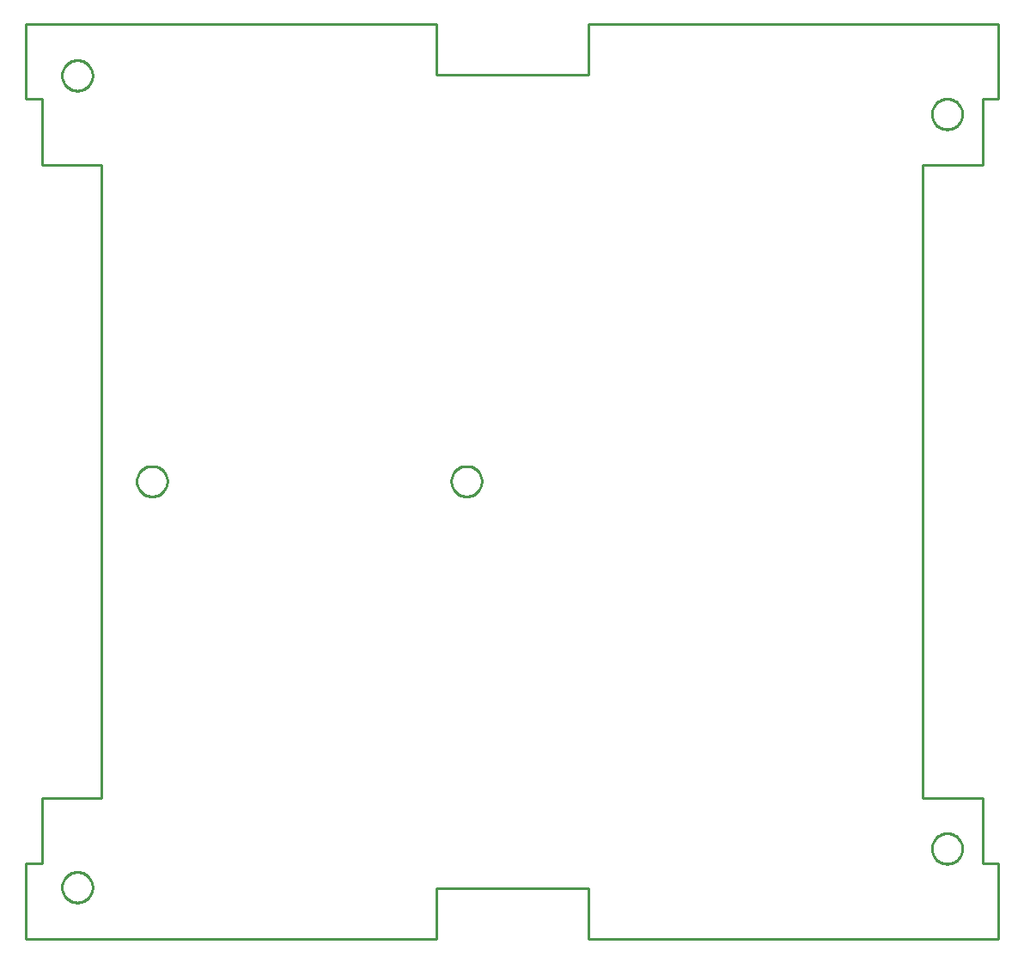
<source format=gbr>
G04 EAGLE Gerber RS-274X export*
G75*
%MOMM*%
%FSLAX34Y34*%
%LPD*%
%IN*%
%IPPOS*%
%AMOC8*
5,1,8,0,0,1.08239X$1,22.5*%
G01*
%ADD10C,0.254000*%


D10*
X0Y0D02*
X404450Y0D01*
X404450Y50000D01*
X554450Y50000D01*
X554450Y0D01*
X958900Y0D01*
X958900Y74000D01*
X942900Y74000D01*
X942900Y138900D01*
X883900Y138900D01*
X883900Y762800D01*
X942900Y762800D01*
X942900Y827700D01*
X958900Y827700D01*
X958900Y901700D01*
X554450Y901700D01*
X554450Y851700D01*
X404450Y851700D01*
X404450Y901700D01*
X0Y901700D01*
X0Y827700D01*
X16000Y827700D01*
X16000Y762800D01*
X75000Y762800D01*
X75000Y138900D01*
X16000Y138900D01*
X16000Y74000D01*
X0Y74000D01*
X0Y0D01*
X449450Y450314D02*
X449450Y451386D01*
X449374Y452454D01*
X449221Y453515D01*
X448993Y454562D01*
X448691Y455590D01*
X448317Y456594D01*
X447872Y457569D01*
X447358Y458509D01*
X446779Y459410D01*
X446137Y460268D01*
X445435Y461078D01*
X444678Y461835D01*
X443868Y462537D01*
X443010Y463179D01*
X442109Y463758D01*
X441169Y464272D01*
X440194Y464717D01*
X439190Y465091D01*
X438162Y465393D01*
X437115Y465621D01*
X436054Y465774D01*
X434986Y465850D01*
X433914Y465850D01*
X432846Y465774D01*
X431785Y465621D01*
X430738Y465393D01*
X429710Y465091D01*
X428706Y464717D01*
X427731Y464272D01*
X426791Y463758D01*
X425890Y463179D01*
X425032Y462537D01*
X424222Y461835D01*
X423465Y461078D01*
X422763Y460268D01*
X422121Y459410D01*
X421542Y458509D01*
X421028Y457569D01*
X420583Y456594D01*
X420209Y455590D01*
X419907Y454562D01*
X419679Y453515D01*
X419526Y452454D01*
X419450Y451386D01*
X419450Y450314D01*
X419526Y449246D01*
X419679Y448185D01*
X419907Y447138D01*
X420209Y446110D01*
X420583Y445106D01*
X421028Y444131D01*
X421542Y443191D01*
X422121Y442290D01*
X422763Y441432D01*
X423465Y440622D01*
X424222Y439865D01*
X425032Y439163D01*
X425890Y438521D01*
X426791Y437942D01*
X427731Y437428D01*
X428706Y436983D01*
X429710Y436609D01*
X430738Y436307D01*
X431785Y436079D01*
X432846Y435926D01*
X433914Y435850D01*
X434986Y435850D01*
X436054Y435926D01*
X437115Y436079D01*
X438162Y436307D01*
X439190Y436609D01*
X440194Y436983D01*
X441169Y437428D01*
X442109Y437942D01*
X443010Y438521D01*
X443868Y439163D01*
X444678Y439865D01*
X445435Y440622D01*
X446137Y441432D01*
X446779Y442290D01*
X447358Y443191D01*
X447872Y444131D01*
X448317Y445106D01*
X448691Y446110D01*
X448993Y447138D01*
X449221Y448185D01*
X449374Y449246D01*
X449450Y450314D01*
X65800Y850364D02*
X65800Y851436D01*
X65724Y852504D01*
X65571Y853565D01*
X65343Y854612D01*
X65041Y855640D01*
X64667Y856644D01*
X64222Y857619D01*
X63708Y858559D01*
X63129Y859460D01*
X62487Y860318D01*
X61785Y861128D01*
X61028Y861885D01*
X60218Y862587D01*
X59360Y863229D01*
X58459Y863808D01*
X57519Y864322D01*
X56544Y864767D01*
X55540Y865141D01*
X54512Y865443D01*
X53465Y865671D01*
X52404Y865824D01*
X51336Y865900D01*
X50264Y865900D01*
X49196Y865824D01*
X48135Y865671D01*
X47088Y865443D01*
X46060Y865141D01*
X45056Y864767D01*
X44081Y864322D01*
X43141Y863808D01*
X42240Y863229D01*
X41382Y862587D01*
X40572Y861885D01*
X39815Y861128D01*
X39113Y860318D01*
X38471Y859460D01*
X37892Y858559D01*
X37378Y857619D01*
X36933Y856644D01*
X36559Y855640D01*
X36257Y854612D01*
X36029Y853565D01*
X35876Y852504D01*
X35800Y851436D01*
X35800Y850364D01*
X35876Y849296D01*
X36029Y848235D01*
X36257Y847188D01*
X36559Y846160D01*
X36933Y845156D01*
X37378Y844181D01*
X37892Y843241D01*
X38471Y842340D01*
X39113Y841482D01*
X39815Y840672D01*
X40572Y839915D01*
X41382Y839213D01*
X42240Y838571D01*
X43141Y837992D01*
X44081Y837478D01*
X45056Y837033D01*
X46060Y836659D01*
X47088Y836357D01*
X48135Y836129D01*
X49196Y835976D01*
X50264Y835900D01*
X51336Y835900D01*
X52404Y835976D01*
X53465Y836129D01*
X54512Y836357D01*
X55540Y836659D01*
X56544Y837033D01*
X57519Y837478D01*
X58459Y837992D01*
X59360Y838571D01*
X60218Y839213D01*
X61028Y839915D01*
X61785Y840672D01*
X62487Y841482D01*
X63129Y842340D01*
X63708Y843241D01*
X64222Y844181D01*
X64667Y845156D01*
X65041Y846160D01*
X65343Y847188D01*
X65571Y848235D01*
X65724Y849296D01*
X65800Y850364D01*
X923100Y88364D02*
X923100Y89436D01*
X923024Y90504D01*
X922871Y91565D01*
X922643Y92612D01*
X922341Y93640D01*
X921967Y94644D01*
X921522Y95619D01*
X921008Y96559D01*
X920429Y97460D01*
X919787Y98318D01*
X919085Y99128D01*
X918328Y99885D01*
X917518Y100587D01*
X916660Y101229D01*
X915759Y101808D01*
X914819Y102322D01*
X913844Y102767D01*
X912840Y103141D01*
X911812Y103443D01*
X910765Y103671D01*
X909704Y103824D01*
X908636Y103900D01*
X907564Y103900D01*
X906496Y103824D01*
X905435Y103671D01*
X904388Y103443D01*
X903360Y103141D01*
X902356Y102767D01*
X901381Y102322D01*
X900441Y101808D01*
X899540Y101229D01*
X898682Y100587D01*
X897872Y99885D01*
X897115Y99128D01*
X896413Y98318D01*
X895771Y97460D01*
X895192Y96559D01*
X894678Y95619D01*
X894233Y94644D01*
X893859Y93640D01*
X893557Y92612D01*
X893329Y91565D01*
X893176Y90504D01*
X893100Y89436D01*
X893100Y88364D01*
X893176Y87296D01*
X893329Y86235D01*
X893557Y85188D01*
X893859Y84160D01*
X894233Y83156D01*
X894678Y82181D01*
X895192Y81241D01*
X895771Y80340D01*
X896413Y79482D01*
X897115Y78672D01*
X897872Y77915D01*
X898682Y77213D01*
X899540Y76571D01*
X900441Y75992D01*
X901381Y75478D01*
X902356Y75033D01*
X903360Y74659D01*
X904388Y74357D01*
X905435Y74129D01*
X906496Y73976D01*
X907564Y73900D01*
X908636Y73900D01*
X909704Y73976D01*
X910765Y74129D01*
X911812Y74357D01*
X912840Y74659D01*
X913844Y75033D01*
X914819Y75478D01*
X915759Y75992D01*
X916660Y76571D01*
X917518Y77213D01*
X918328Y77915D01*
X919085Y78672D01*
X919787Y79482D01*
X920429Y80340D01*
X921008Y81241D01*
X921522Y82181D01*
X921967Y83156D01*
X922341Y84160D01*
X922643Y85188D01*
X922871Y86235D01*
X923024Y87296D01*
X923100Y88364D01*
X139450Y450314D02*
X139450Y451386D01*
X139374Y452454D01*
X139221Y453515D01*
X138993Y454562D01*
X138691Y455590D01*
X138317Y456594D01*
X137872Y457569D01*
X137358Y458509D01*
X136779Y459410D01*
X136137Y460268D01*
X135435Y461078D01*
X134678Y461835D01*
X133868Y462537D01*
X133010Y463179D01*
X132109Y463758D01*
X131169Y464272D01*
X130194Y464717D01*
X129190Y465091D01*
X128162Y465393D01*
X127115Y465621D01*
X126054Y465774D01*
X124986Y465850D01*
X123914Y465850D01*
X122846Y465774D01*
X121785Y465621D01*
X120738Y465393D01*
X119710Y465091D01*
X118706Y464717D01*
X117731Y464272D01*
X116791Y463758D01*
X115890Y463179D01*
X115032Y462537D01*
X114222Y461835D01*
X113465Y461078D01*
X112763Y460268D01*
X112121Y459410D01*
X111542Y458509D01*
X111028Y457569D01*
X110583Y456594D01*
X110209Y455590D01*
X109907Y454562D01*
X109679Y453515D01*
X109526Y452454D01*
X109450Y451386D01*
X109450Y450314D01*
X109526Y449246D01*
X109679Y448185D01*
X109907Y447138D01*
X110209Y446110D01*
X110583Y445106D01*
X111028Y444131D01*
X111542Y443191D01*
X112121Y442290D01*
X112763Y441432D01*
X113465Y440622D01*
X114222Y439865D01*
X115032Y439163D01*
X115890Y438521D01*
X116791Y437942D01*
X117731Y437428D01*
X118706Y436983D01*
X119710Y436609D01*
X120738Y436307D01*
X121785Y436079D01*
X122846Y435926D01*
X123914Y435850D01*
X124986Y435850D01*
X126054Y435926D01*
X127115Y436079D01*
X128162Y436307D01*
X129190Y436609D01*
X130194Y436983D01*
X131169Y437428D01*
X132109Y437942D01*
X133010Y438521D01*
X133868Y439163D01*
X134678Y439865D01*
X135435Y440622D01*
X136137Y441432D01*
X136779Y442290D01*
X137358Y443191D01*
X137872Y444131D01*
X138317Y445106D01*
X138691Y446110D01*
X138993Y447138D01*
X139221Y448185D01*
X139374Y449246D01*
X139450Y450314D01*
X65800Y50264D02*
X65800Y51336D01*
X65724Y52404D01*
X65571Y53465D01*
X65343Y54512D01*
X65041Y55540D01*
X64667Y56544D01*
X64222Y57519D01*
X63708Y58459D01*
X63129Y59360D01*
X62487Y60218D01*
X61785Y61028D01*
X61028Y61785D01*
X60218Y62487D01*
X59360Y63129D01*
X58459Y63708D01*
X57519Y64222D01*
X56544Y64667D01*
X55540Y65041D01*
X54512Y65343D01*
X53465Y65571D01*
X52404Y65724D01*
X51336Y65800D01*
X50264Y65800D01*
X49196Y65724D01*
X48135Y65571D01*
X47088Y65343D01*
X46060Y65041D01*
X45056Y64667D01*
X44081Y64222D01*
X43141Y63708D01*
X42240Y63129D01*
X41382Y62487D01*
X40572Y61785D01*
X39815Y61028D01*
X39113Y60218D01*
X38471Y59360D01*
X37892Y58459D01*
X37378Y57519D01*
X36933Y56544D01*
X36559Y55540D01*
X36257Y54512D01*
X36029Y53465D01*
X35876Y52404D01*
X35800Y51336D01*
X35800Y50264D01*
X35876Y49196D01*
X36029Y48135D01*
X36257Y47088D01*
X36559Y46060D01*
X36933Y45056D01*
X37378Y44081D01*
X37892Y43141D01*
X38471Y42240D01*
X39113Y41382D01*
X39815Y40572D01*
X40572Y39815D01*
X41382Y39113D01*
X42240Y38471D01*
X43141Y37892D01*
X44081Y37378D01*
X45056Y36933D01*
X46060Y36559D01*
X47088Y36257D01*
X48135Y36029D01*
X49196Y35876D01*
X50264Y35800D01*
X51336Y35800D01*
X52404Y35876D01*
X53465Y36029D01*
X54512Y36257D01*
X55540Y36559D01*
X56544Y36933D01*
X57519Y37378D01*
X58459Y37892D01*
X59360Y38471D01*
X60218Y39113D01*
X61028Y39815D01*
X61785Y40572D01*
X62487Y41382D01*
X63129Y42240D01*
X63708Y43141D01*
X64222Y44081D01*
X64667Y45056D01*
X65041Y46060D01*
X65343Y47088D01*
X65571Y48135D01*
X65724Y49196D01*
X65800Y50264D01*
X923100Y812264D02*
X923100Y813336D01*
X923024Y814404D01*
X922871Y815465D01*
X922643Y816512D01*
X922341Y817540D01*
X921967Y818544D01*
X921522Y819519D01*
X921008Y820459D01*
X920429Y821360D01*
X919787Y822218D01*
X919085Y823028D01*
X918328Y823785D01*
X917518Y824487D01*
X916660Y825129D01*
X915759Y825708D01*
X914819Y826222D01*
X913844Y826667D01*
X912840Y827041D01*
X911812Y827343D01*
X910765Y827571D01*
X909704Y827724D01*
X908636Y827800D01*
X907564Y827800D01*
X906496Y827724D01*
X905435Y827571D01*
X904388Y827343D01*
X903360Y827041D01*
X902356Y826667D01*
X901381Y826222D01*
X900441Y825708D01*
X899540Y825129D01*
X898682Y824487D01*
X897872Y823785D01*
X897115Y823028D01*
X896413Y822218D01*
X895771Y821360D01*
X895192Y820459D01*
X894678Y819519D01*
X894233Y818544D01*
X893859Y817540D01*
X893557Y816512D01*
X893329Y815465D01*
X893176Y814404D01*
X893100Y813336D01*
X893100Y812264D01*
X893176Y811196D01*
X893329Y810135D01*
X893557Y809088D01*
X893859Y808060D01*
X894233Y807056D01*
X894678Y806081D01*
X895192Y805141D01*
X895771Y804240D01*
X896413Y803382D01*
X897115Y802572D01*
X897872Y801815D01*
X898682Y801113D01*
X899540Y800471D01*
X900441Y799892D01*
X901381Y799378D01*
X902356Y798933D01*
X903360Y798559D01*
X904388Y798257D01*
X905435Y798029D01*
X906496Y797876D01*
X907564Y797800D01*
X908636Y797800D01*
X909704Y797876D01*
X910765Y798029D01*
X911812Y798257D01*
X912840Y798559D01*
X913844Y798933D01*
X914819Y799378D01*
X915759Y799892D01*
X916660Y800471D01*
X917518Y801113D01*
X918328Y801815D01*
X919085Y802572D01*
X919787Y803382D01*
X920429Y804240D01*
X921008Y805141D01*
X921522Y806081D01*
X921967Y807056D01*
X922341Y808060D01*
X922643Y809088D01*
X922871Y810135D01*
X923024Y811196D01*
X923100Y812264D01*
M02*

</source>
